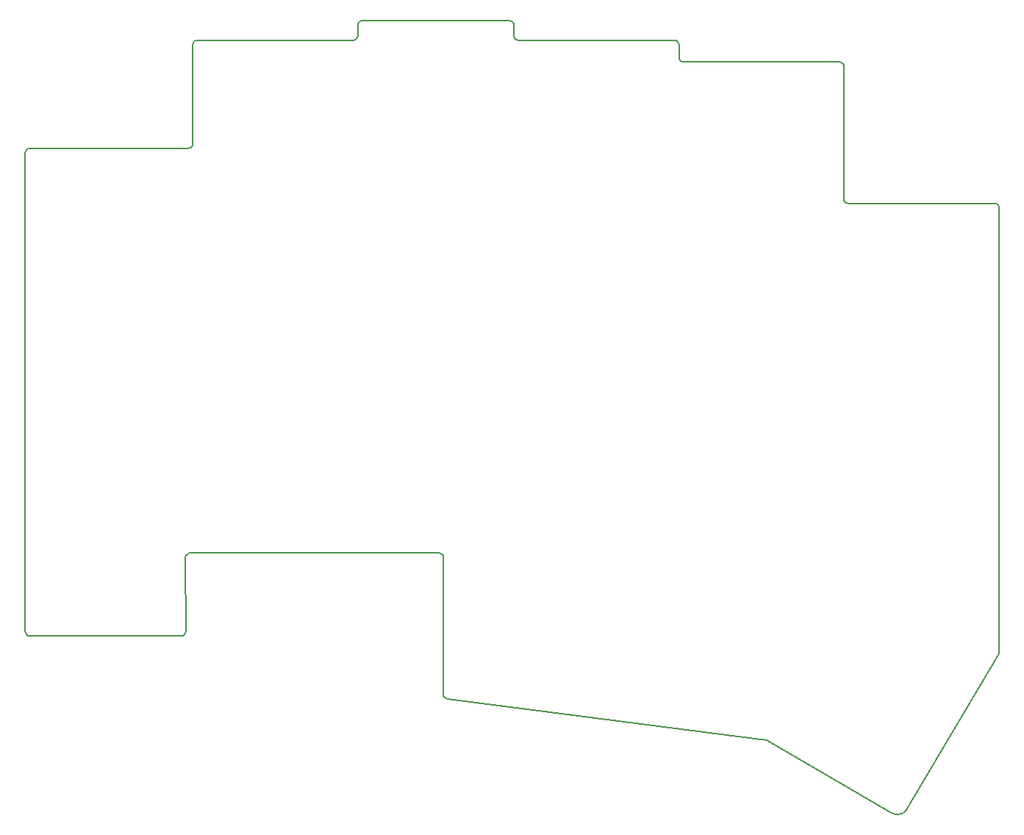
<source format=gm1>
G04 #@! TF.GenerationSoftware,KiCad,Pcbnew,5.1.10*
G04 #@! TF.CreationDate,2021-10-19T19:02:20+02:00*
G04 #@! TF.ProjectId,pierce,70696572-6365-42e6-9b69-6361645f7063,v 0.1*
G04 #@! TF.SameCoordinates,Original*
G04 #@! TF.FileFunction,Profile,NP*
%FSLAX46Y46*%
G04 Gerber Fmt 4.6, Leading zero omitted, Abs format (unit mm)*
G04 Created by KiCad (PCBNEW 5.1.10) date 2021-10-19 19:02:20*
%MOMM*%
%LPD*%
G01*
G04 APERTURE LIST*
G04 #@! TA.AperFunction,Profile*
%ADD10C,0.200000*%
G04 #@! TD*
G04 APERTURE END LIST*
D10*
X80462918Y-101565334D02*
X80462918Y-101565334D01*
X80793118Y-102035234D02*
X80663578Y-101964114D01*
X80561978Y-101862514D02*
X80493398Y-101732974D01*
X80493398Y-101732974D02*
X80462918Y-101565334D01*
X80963297Y-102065714D02*
X80793118Y-102035234D01*
X80663578Y-101964114D02*
X80561978Y-101862514D01*
X80471482Y-85782266D02*
X80462918Y-101565334D01*
X80441002Y-85614626D02*
X80471482Y-85782266D01*
X80372422Y-85485086D02*
X80441002Y-85614626D01*
X80471482Y-85782266D02*
X80471482Y-85782266D01*
X79971103Y-85281886D02*
X80141282Y-85312366D01*
X80141282Y-85312366D02*
X80270822Y-85383486D01*
X80270822Y-85383486D02*
X80372422Y-85485086D01*
X50791486Y-85786497D02*
X50795814Y-94322103D01*
X51291866Y-85286118D02*
X51291866Y-85286118D01*
X50821966Y-85616318D02*
X50893086Y-85486778D01*
X51124226Y-85316598D02*
X51291866Y-85286118D01*
X50893086Y-85486778D02*
X50994686Y-85385178D01*
X50994686Y-85385178D02*
X51124226Y-85316598D01*
X50791486Y-85786497D02*
X50821966Y-85616318D01*
X79971103Y-85281886D02*
X51291866Y-85286118D01*
X50295434Y-94822482D02*
X50295434Y-94822482D01*
X50795814Y-94322103D02*
X50765334Y-94492282D01*
X50765334Y-94492282D02*
X50694214Y-94621822D01*
X50694214Y-94621822D02*
X50592614Y-94723422D01*
X50592614Y-94723422D02*
X50463074Y-94792002D01*
X50463074Y-94792002D02*
X50295434Y-94822482D01*
X144397254Y-97023892D02*
X144448054Y-96871493D01*
X144483614Y-96703853D02*
X144496314Y-96515893D01*
X144448054Y-96871493D02*
X144483614Y-96703853D01*
X51503851Y-38467038D02*
X51574971Y-38334958D01*
X32326186Y-39177477D02*
X32326186Y-39177477D01*
X32526846Y-38778697D02*
X32425246Y-38877757D01*
X51102532Y-38667698D02*
X51272711Y-38637218D01*
X32356666Y-39009837D02*
X32326186Y-39177477D01*
X51574971Y-38334958D02*
X51602911Y-38167318D01*
X51272711Y-38637218D02*
X51402251Y-38566098D01*
X51102532Y-38667698D02*
X32826566Y-38677098D01*
X32656386Y-38707578D02*
X32526846Y-38778697D01*
X32326186Y-39177477D02*
X32326186Y-94337503D01*
X51402251Y-38566098D02*
X51503851Y-38467038D01*
X32425246Y-38877757D02*
X32356666Y-39009837D01*
X51614147Y-26720062D02*
X51602911Y-38167318D01*
X32826566Y-38677098D02*
X32656386Y-38707578D01*
X32356666Y-94507682D02*
X32427786Y-94637222D01*
X32826566Y-94837882D02*
X32826566Y-94837882D01*
X32529386Y-94738822D02*
X32658926Y-94807402D01*
X32427786Y-94637222D02*
X32529386Y-94738822D01*
X32326186Y-94337503D02*
X32356666Y-94507682D01*
X50295434Y-94822482D02*
X32826566Y-94837882D01*
X32658926Y-94807402D02*
X32826566Y-94837882D01*
X117194342Y-106760463D02*
X117034323Y-106740143D01*
X117367062Y-106788403D02*
X117194342Y-106760463D01*
X117532162Y-106826503D02*
X117367062Y-106788403D01*
X117689642Y-106869683D02*
X117532162Y-106826503D01*
X107616012Y-28221200D02*
X107616012Y-26720062D01*
X126114814Y-28719040D02*
X108113851Y-28719040D01*
X144165013Y-45036298D02*
X144018000Y-45008800D01*
X144297093Y-45104877D02*
X144165013Y-45036298D01*
X144396153Y-45206477D02*
X144297093Y-45104877D01*
X144467273Y-45336017D02*
X144396153Y-45206477D01*
X144497753Y-45506197D02*
X144467273Y-45336017D01*
X144497753Y-45506197D02*
X144496314Y-96515893D01*
X88113911Y-23969244D02*
X71113708Y-23969244D01*
X88614291Y-25719303D02*
X88614291Y-24469624D01*
X101166958Y-26219682D02*
X89114670Y-26219682D01*
X117689642Y-106869683D02*
X131984748Y-115132294D01*
X126615193Y-29219419D02*
X126617733Y-44502978D01*
X126282454Y-28749520D02*
X126114814Y-28719040D01*
X126414533Y-28820640D02*
X126282454Y-28749520D01*
X126513593Y-28919700D02*
X126414533Y-28820640D01*
X126584713Y-29049239D02*
X126513593Y-28919700D01*
X126615193Y-29219419D02*
X126584713Y-29049239D01*
X63166056Y-26219682D02*
X52114527Y-26219682D01*
X70615868Y-24469624D02*
X70613328Y-25719303D01*
X144018000Y-45008800D02*
X127118113Y-45003358D01*
X51644627Y-26552422D02*
X51614147Y-26720062D01*
X51713207Y-26422882D02*
X51644627Y-26552422D01*
X51814807Y-26321282D02*
X51713207Y-26422882D01*
X51944347Y-26250162D02*
X51814807Y-26321282D01*
X52114527Y-26219682D02*
X51944347Y-26250162D01*
X70585389Y-25889483D02*
X70615868Y-25719303D01*
X70516809Y-26019022D02*
X70585389Y-25889483D01*
X70415209Y-26120622D02*
X70516809Y-26019022D01*
X70285669Y-26191742D02*
X70415209Y-26120622D01*
X70115489Y-26219682D02*
X70285669Y-26191742D01*
X70615868Y-25719303D02*
X70615868Y-25719303D01*
X70643808Y-24301984D02*
X70615868Y-24469624D01*
X70714928Y-24172444D02*
X70643808Y-24301984D01*
X70813988Y-24070844D02*
X70714928Y-24172444D01*
X70943528Y-23999724D02*
X70813988Y-24070844D01*
X71113708Y-23969244D02*
X70943528Y-23999724D01*
X70615868Y-24469624D02*
X70615868Y-24469624D01*
X88284091Y-23999724D02*
X88113911Y-23969244D01*
X88413631Y-24068304D02*
X88284091Y-23999724D01*
X88515231Y-24169904D02*
X88413631Y-24068304D01*
X88586351Y-24299444D02*
X88515231Y-24169904D01*
X88614291Y-24469624D02*
X88586351Y-24299444D01*
X88113911Y-23969244D02*
X88113911Y-23969244D01*
X88947030Y-26191742D02*
X89114670Y-26219682D01*
X88814951Y-26120622D02*
X88947030Y-26191742D01*
X88715891Y-26021562D02*
X88814951Y-26120622D01*
X88644771Y-25892023D02*
X88715891Y-26021562D01*
X88614291Y-25719303D02*
X88644771Y-25892023D01*
X89114670Y-26219682D02*
X89114670Y-26219682D01*
X107283272Y-26250162D02*
X107115632Y-26219682D01*
X107412812Y-26318742D02*
X107283272Y-26250162D01*
X107514412Y-26420342D02*
X107412812Y-26318742D01*
X107585532Y-26549882D02*
X107514412Y-26420342D01*
X107616012Y-26720062D02*
X107585532Y-26549882D01*
X107946212Y-28691100D02*
X108113851Y-28719040D01*
X107816672Y-28619980D02*
X107946212Y-28691100D01*
X107715072Y-28520920D02*
X107816672Y-28619980D01*
X107643952Y-28391380D02*
X107715072Y-28520920D01*
X107616012Y-28221200D02*
X107643952Y-28391380D01*
X133912606Y-114751295D02*
X144397254Y-97023892D01*
X133910066Y-114756375D02*
X133912606Y-114751295D01*
X133854186Y-114832575D02*
X133910066Y-114756375D01*
X133760206Y-114941795D02*
X133854186Y-114832575D01*
X133656066Y-115038315D02*
X133760206Y-114941795D01*
X133534146Y-115132294D02*
X133656066Y-115038315D01*
X133409686Y-115205954D02*
X133534146Y-115132294D01*
X133264907Y-115271994D02*
X133409686Y-115205954D01*
X133112507Y-115322794D02*
X133264907Y-115271994D01*
X132944867Y-115355814D02*
X133112507Y-115322794D01*
X132756907Y-115368514D02*
X132944867Y-115355814D01*
X132568947Y-115355814D02*
X132756907Y-115368514D01*
X132401307Y-115320254D02*
X132568947Y-115355814D01*
X132248908Y-115269454D02*
X132401307Y-115320254D01*
X132109208Y-115205954D02*
X132248908Y-115269454D01*
X131984748Y-115132294D02*
X132109208Y-115205954D01*
X80963297Y-102065714D02*
X117034323Y-106740143D01*
X126947933Y-44975418D02*
X127118113Y-45003358D01*
X126818393Y-44904298D02*
X126947933Y-44975418D01*
X126716793Y-44805238D02*
X126818393Y-44904298D01*
X126648213Y-44675698D02*
X126716793Y-44805238D01*
X126617733Y-44502978D02*
X126648213Y-44675698D01*
X127118113Y-45003358D02*
X127118113Y-45003358D01*
X107115632Y-26219682D02*
X101166958Y-26219682D01*
X70115489Y-26219682D02*
X63166056Y-26219682D01*
M02*

</source>
